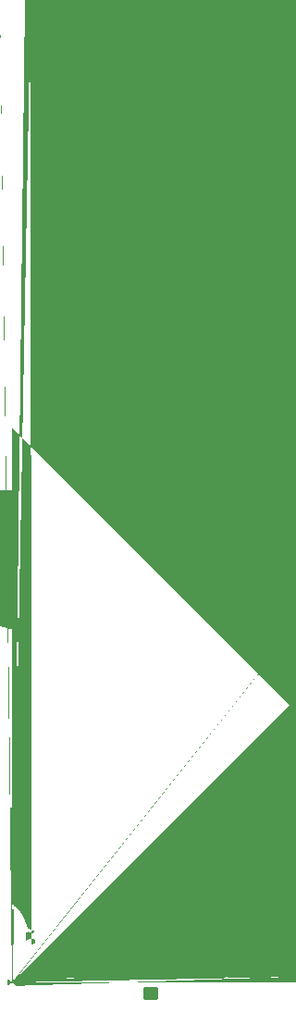
<source format=gbr>
%TF.GenerationSoftware,KiCad,Pcbnew,8.0.0*%
%TF.CreationDate,2024-02-24T11:24:54-08:00*%
%TF.ProjectId,JumperlessProbe,4a756d70-6572-46c6-9573-7350726f6265,rev?*%
%TF.SameCoordinates,Original*%
%TF.FileFunction,Paste,Bot*%
%TF.FilePolarity,Positive*%
%FSLAX46Y46*%
G04 Gerber Fmt 4.6, Leading zero omitted, Abs format (unit mm)*
G04 Created by KiCad (PCBNEW 8.0.0) date 2024-02-24 11:24:54*
%MOMM*%
%LPD*%
G01*
G04 APERTURE LIST*
G04 Aperture macros list*
%AMRoundRect*
0 Rectangle with rounded corners*
0 $1 Rounding radius*
0 $2 $3 $4 $5 $6 $7 $8 $9 X,Y pos of 4 corners*
0 Add a 4 corners polygon primitive as box body*
4,1,4,$2,$3,$4,$5,$6,$7,$8,$9,$2,$3,0*
0 Add four circle primitives for the rounded corners*
1,1,$1+$1,$2,$3*
1,1,$1+$1,$4,$5*
1,1,$1+$1,$6,$7*
1,1,$1+$1,$8,$9*
0 Add four rect primitives between the rounded corners*
20,1,$1+$1,$2,$3,$4,$5,0*
20,1,$1+$1,$4,$5,$6,$7,0*
20,1,$1+$1,$6,$7,$8,$9,0*
20,1,$1+$1,$8,$9,$2,$3,0*%
%AMFreePoly0*
4,1,455,0.024171,7.214759,0.028568,7.214610,0.049870,7.203443,0.071873,7.193755,0.074730,7.190412,0.078627,7.188368,0.339196,6.944885,0.577199,6.679300,0.790769,6.393699,0.978232,6.090321,1.138115,5.771545,1.269166,5.439874,1.368949,5.102659,1.413084,5.026138,1.499315,4.928888,1.603325,4.850942,1.720873,4.795480,1.847167,4.764763,1.912112,4.762416,1.966722,4.747846,
2.009603,4.711025,2.032261,4.659245,2.030208,4.602762,2.003851,4.552763,1.958411,4.519151,1.902888,4.508584,1.746033,4.528264,1.595093,4.575253,1.454783,4.648082,1.439982,4.659468,1.429602,4.627521,1.379602,4.591194,1.348700,4.586300,1.265000,4.586300,1.265000,3.800538,1.287735,3.818315,1.471283,3.914377,1.669152,3.975742,1.874846,4.000395,1.962121,3.987565,
2.039744,3.945658,2.098354,3.879730,2.130879,3.797732,2.133399,3.709554,2.105608,3.625833,2.050858,3.556666,1.975754,3.510396,1.889354,3.492602,1.813630,3.490607,1.667450,3.450806,1.534721,3.377761,1.422879,3.275565,1.338191,3.149944,1.285403,3.007936,1.267472,2.857500,1.285403,2.707064,1.338191,2.565056,1.422879,2.439435,1.534721,2.337239,1.667450,2.264194,
1.813630,2.224393,1.889354,2.222397,1.975754,2.204604,2.050858,2.158334,2.105608,2.089167,2.133399,2.005446,2.130879,1.917268,2.098354,1.835270,2.039744,1.769342,1.962121,1.727435,1.874846,1.714605,1.669152,1.739258,1.471283,1.800623,1.287735,1.896685,1.265000,1.914461,1.265000,1.260540,1.287734,1.278316,1.471283,1.374378,1.669152,1.435743,1.874846,1.460396,
1.874846,1.460394,1.962121,1.447564,2.039744,1.405657,2.098354,1.339729,2.130879,1.257731,2.133399,1.169553,2.105608,1.085832,2.050858,1.016665,1.975754,0.970395,1.889354,0.952603,1.813629,0.950608,1.667449,0.910807,1.534720,0.837762,1.422878,0.735565,1.338190,0.609944,1.285402,0.467937,1.267471,0.317500,1.285402,0.167063,1.338190,0.025056,1.422878,-0.100565,
1.534720,-0.202762,1.667450,-0.275807,1.813630,-0.315608,1.889354,-0.317604,1.975754,-0.335397,2.050858,-0.381667,2.105608,-0.450834,2.133399,-0.534555,2.130879,-0.622733,2.098354,-0.704731,2.039744,-0.770659,1.962121,-0.812566,1.874846,-0.825396,1.669152,-0.800743,1.471283,-0.739378,1.287734,-0.643316,1.265000,-0.625540,1.265000,-1.279461,1.287736,-1.261684,1.471284,-1.165623,
1.669153,-1.104258,1.874847,-1.079605,1.962122,-1.092435,2.039746,-1.134342,2.098355,-1.200271,2.130881,-1.282269,2.133400,-1.370446,2.105609,-1.454167,2.050859,-1.523334,1.975755,-1.569605,1.889355,-1.587398,1.813630,-1.589393,1.667450,-1.629194,1.534721,-1.702239,1.422879,-1.804435,1.338191,-1.930056,1.285403,-2.072063,1.267472,-2.222500,1.285403,-2.372937,1.338191,-2.514944,
1.422879,-2.640565,1.534721,-2.742761,1.667450,-2.815806,1.813630,-2.855607,1.889355,-2.857603,1.975755,-2.875395,2.050859,-2.921666,2.105609,-2.990833,2.133400,-3.074554,2.130881,-3.162731,2.098355,-3.244729,2.039746,-3.310658,1.962122,-3.352565,1.874847,-3.365395,1.669153,-3.340742,1.471284,-3.279377,1.287736,-3.183316,1.265000,-3.165538,1.265000,-3.819461,1.287736,-3.801684,
1.471284,-3.705623,1.669153,-3.644258,1.874847,-3.619605,1.962122,-3.632435,2.039746,-3.674342,2.098355,-3.740271,2.130881,-3.822269,2.133400,-3.910446,2.105609,-3.994167,2.050859,-4.063334,1.975755,-4.109605,1.889355,-4.127398,1.813630,-4.129393,1.667450,-4.169194,1.534721,-4.242239,1.422879,-4.344435,1.338191,-4.470056,1.285403,-4.612063,1.267472,-4.762500,1.285403,-4.912937,
1.338191,-5.054944,1.422879,-5.180565,1.534721,-5.282761,1.667450,-5.355806,1.813630,-5.395607,1.889355,-5.397603,1.975755,-5.415395,2.050859,-5.461666,2.105609,-5.530833,2.133400,-5.614554,2.130881,-5.702731,2.098355,-5.784729,2.039746,-5.850658,1.962122,-5.892565,1.874847,-5.905395,1.669153,-5.880742,1.471284,-5.819377,1.287736,-5.723316,1.265000,-5.705538,1.265000,-6.431214,
1.267204,-6.431816,1.309887,-6.468867,1.332267,-6.520767,1.329912,-6.577238,1.303291,-6.627092,1.265000,-6.655102,1.265000,-6.692500,0.921172,-6.692500,0.759542,-6.740312,0.597129,-6.819214,0.449842,-6.923666,0.321665,-7.050843,0.216062,-7.197307,0.135891,-7.359097,0.109635,-7.445477,0.099973,-7.462357,0.092800,-7.480436,0.086091,-7.486613,0.081562,-7.494528,0.065531,-7.505546,
0.051224,-7.518723,0.042497,-7.521378,0.034979,-7.526546,0.015758,-7.529517,-0.002849,-7.535180,-0.011862,-7.533786,-0.020877,-7.535180,-0.039482,-7.529517,-0.058705,-7.526546,-0.066221,-7.521379,-0.074949,-7.518723,-0.089256,-7.505547,-0.105285,-7.494531,-0.109815,-7.486615,-0.116526,-7.480436,-0.123699,-7.462357,-0.133362,-7.445478,-0.159618,-7.359098,-0.239789,-7.197309,-0.345392,-7.050845,
-0.473570,-6.923668,-0.620857,-6.819216,-0.783270,-6.740314,-0.944906,-6.692500,-1.280000,-6.692500,-1.280000,-6.660720,-1.281400,-6.660462,-1.327018,-6.627092,-1.353639,-6.577234,-1.355992,-6.520762,-1.333610,-6.468863,-1.290926,-6.431814,-1.280000,-6.428836,-1.280000,-5.694486,-1.322499,-5.727716,-1.506047,-5.823777,-1.703916,-5.885142,-1.909610,-5.909795,-1.996885,-5.896965,-2.074509,-5.855058,
-2.133118,-5.789129,-2.165644,-5.707131,-2.168163,-5.618954,-2.140372,-5.535233,-2.085622,-5.466066,-2.010518,-5.419795,-1.924118,-5.402002,-1.848393,-5.400007,-1.702213,-5.360206,-1.569484,-5.287161,-1.457642,-5.184965,-1.372954,-5.059344,-1.320166,-4.917337,-1.302235,-4.766900,-1.320166,-4.616463,-1.372954,-4.474456,-1.457642,-4.348835,-1.569484,-4.246639,-1.702213,-4.173594,-1.848393,-4.133793,
-1.924118,-4.131797,-2.010518,-4.114005,-2.085622,-4.067734,-2.140372,-3.998567,-2.168163,-3.914846,-2.165644,-3.826669,-2.133118,-3.744671,-2.074509,-3.678742,-1.996885,-3.636835,-1.909610,-3.624005,-1.703916,-3.648658,-1.506047,-3.710023,-1.322499,-3.806084,-1.280000,-3.839313,-1.280000,-3.154486,-1.322499,-3.187716,-1.506047,-3.283777,-1.703916,-3.345142,-1.909610,-3.369795,-1.996885,-3.356965,
-2.074509,-3.315058,-2.133118,-3.249129,-2.165644,-3.167131,-2.168163,-3.078954,-2.140372,-2.995233,-2.085622,-2.926066,-2.010518,-2.879795,-1.924118,-2.862002,-1.848393,-2.860007,-1.702213,-2.820206,-1.569484,-2.747161,-1.457642,-2.644965,-1.372954,-2.519344,-1.320166,-2.377337,-1.302235,-2.226900,-1.320166,-2.076463,-1.372954,-1.934456,-1.457642,-1.808835,-1.569484,-1.706639,-1.702213,-1.633594,
-1.848393,-1.593793,-1.924118,-1.591797,-2.010518,-1.574005,-2.085622,-1.527734,-2.140372,-1.458567,-2.168163,-1.374846,-2.165644,-1.286669,-2.133118,-1.204671,-2.074509,-1.138742,-1.996885,-1.096835,-1.909610,-1.084005,-1.703916,-1.108658,-1.506047,-1.170023,-1.322499,-1.266084,-1.280000,-1.299313,-1.280000,-0.621318,-1.308135,-0.643317,-1.491683,-0.739378,-1.689552,-0.800743,-1.895246,-0.825396,
-1.982521,-0.812566,-2.060145,-0.770659,-2.118754,-0.704730,-2.151280,-0.622732,-2.153799,-0.534555,-2.126008,-0.450834,-2.071258,-0.381667,-1.996154,-0.335396,-1.909754,-0.317603,-1.834029,-0.315608,-1.687849,-0.275807,-1.555120,-0.202762,-1.443278,-0.100566,-1.358590,0.025055,-1.305802,0.167062,-1.287871,0.317499,-1.305802,0.467936,-1.358590,0.609943,-1.443278,0.735564,-1.555120,0.837760,
-1.687849,0.910805,-1.834029,0.950606,-1.909754,0.952602,-1.996154,0.970394,-2.071258,1.016665,-2.126008,1.085832,-2.153799,1.169553,-2.151280,1.257730,-2.118754,1.339728,-2.060145,1.405657,-1.982521,1.447564,-1.895246,1.460394,-1.689552,1.435741,-1.491683,1.374376,-1.308135,1.278315,-1.280000,1.256316,-1.280000,1.925512,-1.322498,1.892284,-1.506046,1.796223,-1.703915,1.734858,
-1.909609,1.710205,-1.996884,1.723035,-2.074508,1.764942,-2.133117,1.830871,-2.165643,1.912869,-2.168162,2.001046,-2.140371,2.084767,-2.085621,2.153934,-2.010517,2.200205,-1.924117,2.217998,-1.848392,2.219993,-1.702212,2.259794,-1.569483,2.332839,-1.457641,2.435035,-1.372953,2.560656,-1.320165,2.702663,-1.302234,2.853100,-1.320165,3.003537,-1.372953,3.145544,-1.457641,3.271165,
-1.569483,3.373361,-1.702212,3.446406,-1.848392,3.486207,-1.924117,3.488203,-2.010517,3.505995,-2.085621,3.552266,-2.140371,3.621433,-2.168162,3.705154,-2.165643,3.793331,-2.133117,3.875329,-2.074508,3.941258,-1.996884,3.983165,-1.909609,3.995995,-1.703915,3.971342,-1.506046,3.909977,-1.322498,3.813916,-1.280000,3.780687,-1.280000,4.586300,-1.369100,4.586300,-1.427879,4.605398,
-1.458988,4.648216,-1.459163,4.648082,-1.599472,4.575253,-1.750412,4.528264,-1.907267,4.508584,-1.962790,4.519151,-2.008230,4.552763,-2.034587,4.602762,-2.036640,4.659245,-2.013982,4.711025,-1.971101,4.747846,-1.916491,4.762416,-1.851546,4.764763,-1.725253,4.795480,-1.607705,4.850942,-1.503696,4.928888,-1.417465,5.026138,-1.378201,5.094216,-1.378131,5.097907,-1.276941,5.439874,
-1.145891,5.771546,-0.986008,6.090322,-0.798545,6.393700,-0.584975,6.679302,-0.346971,6.944886,-0.086401,7.188369,-0.082504,7.190411,-0.079647,7.193755,-0.057642,7.203444,-0.036342,7.214610,-0.031945,7.214759,-0.027920,7.216532,-0.003887,7.215714,0.020146,7.216532,0.024171,7.214759,0.024171,7.214759,$1*%
G04 Aperture macros list end*
%ADD10FreePoly0,90.000000*%
%ADD11RoundRect,0.250000X0.450000X-0.350000X0.450000X0.350000X-0.450000X0.350000X-0.450000X-0.350000X0*%
G04 APERTURE END LIST*
D10*
%TO.C,J2*%
X32321300Y-50787994D03*
%TD*%
D11*
%TO.C,R1*%
X45056000Y-51784494D03*
X45056000Y-49784494D03*
%TD*%
M02*

</source>
